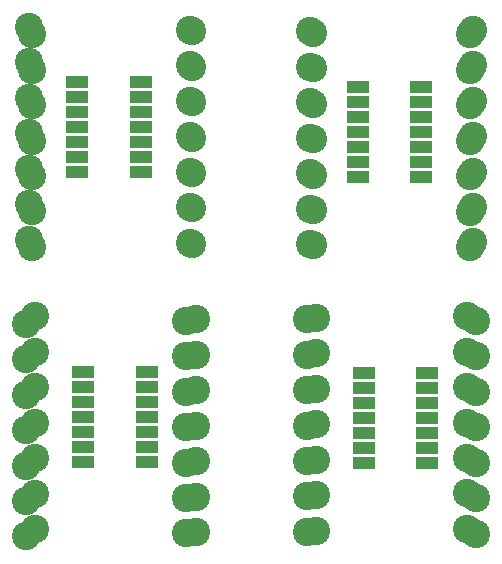
<source format=gbr>
G04 #@! TF.FileFunction,Soldermask,Top*
%FSLAX46Y46*%
G04 Gerber Fmt 4.6, Leading zero omitted, Abs format (unit mm)*
G04 Created by KiCad (PCBNEW 4.0.6-e0-6349~53~ubuntu16.04.1) date Wed Aug  9 14:44:26 2017*
%MOMM*%
%LPD*%
G01*
G04 APERTURE LIST*
%ADD10C,0.100000*%
%ADD11C,2.400000*%
%ADD12R,1.900000X1.000000*%
G04 APERTURE END LIST*
D10*
D11*
X127449600Y-90534200D03*
X127449600Y-96534200D03*
X127449600Y-93534200D03*
X113893600Y-93788200D03*
X113893600Y-90788200D03*
X151198600Y-90407200D03*
X137642600Y-96661200D03*
X137642600Y-93661200D03*
X151198600Y-93407200D03*
X137642600Y-90661200D03*
X113893600Y-108788200D03*
X113893600Y-102788200D03*
X113893600Y-105788200D03*
X113893600Y-96788200D03*
X113893600Y-99788200D03*
X151198600Y-108407200D03*
X151198600Y-105407200D03*
X151198600Y-102407200D03*
X151198600Y-96407200D03*
X151198600Y-99407200D03*
X137642600Y-105661200D03*
X127449600Y-102534200D03*
X127449600Y-108534200D03*
X137642600Y-108661200D03*
X137642600Y-99661200D03*
X127449600Y-105534200D03*
X137642600Y-102661200D03*
X127449600Y-99534200D03*
X137134600Y-126918200D03*
X137134600Y-117918200D03*
X137134600Y-114918200D03*
X137134600Y-120918200D03*
X137134600Y-123918200D03*
X137134600Y-129918200D03*
X137134600Y-132918200D03*
X126941600Y-118045200D03*
X126941600Y-121045200D03*
X126941600Y-124045200D03*
X126941600Y-130045200D03*
X126941600Y-115045200D03*
X126941600Y-133045200D03*
X126941600Y-127045200D03*
X113385600Y-130299200D03*
X113385600Y-124299200D03*
X113385600Y-121299200D03*
X113385600Y-115299200D03*
X113385600Y-133299200D03*
X113385600Y-118299200D03*
X113385600Y-127299200D03*
X150690600Y-129664200D03*
X150690600Y-120664200D03*
X150690600Y-114664200D03*
X150690600Y-123664200D03*
X150690600Y-132664200D03*
X150690600Y-117664200D03*
X150690600Y-126664200D03*
D12*
X118204000Y-119380000D03*
X118204000Y-120650000D03*
X118204000Y-121920000D03*
X118204000Y-123190000D03*
X118204000Y-124460000D03*
X118204000Y-125730000D03*
X118204000Y-127000000D03*
X123604000Y-127000000D03*
X123604000Y-125730000D03*
X123604000Y-124460000D03*
X123604000Y-123190000D03*
X123604000Y-121920000D03*
X123604000Y-120650000D03*
X123604000Y-119380000D03*
D11*
X127729000Y-129935000D03*
X127729000Y-126935000D03*
X127729000Y-120935000D03*
X127729000Y-132935000D03*
X114173000Y-132681000D03*
X127729000Y-123935000D03*
X114173000Y-126681000D03*
X114173000Y-129681000D03*
X114173000Y-123681000D03*
X114173000Y-120681000D03*
X114173000Y-114681000D03*
X114173000Y-117681000D03*
X127729000Y-117935000D03*
X127729000Y-114935000D03*
D12*
X141953000Y-119507000D03*
X141953000Y-120777000D03*
X141953000Y-122047000D03*
X141953000Y-123317000D03*
X141953000Y-124587000D03*
X141953000Y-125857000D03*
X141953000Y-127127000D03*
X147353000Y-127127000D03*
X147353000Y-125857000D03*
X147353000Y-124587000D03*
X147353000Y-123317000D03*
X147353000Y-122047000D03*
X147353000Y-120777000D03*
X147353000Y-119507000D03*
D11*
X151478000Y-130062000D03*
X151478000Y-127062000D03*
X151478000Y-121062000D03*
X151478000Y-133062000D03*
X137922000Y-132808000D03*
X151478000Y-124062000D03*
X137922000Y-126808000D03*
X137922000Y-129808000D03*
X137922000Y-123808000D03*
X137922000Y-120808000D03*
X137922000Y-114808000D03*
X137922000Y-117808000D03*
X151478000Y-118062000D03*
X151478000Y-115062000D03*
D12*
X141445000Y-95250000D03*
X141445000Y-96520000D03*
X141445000Y-97790000D03*
X141445000Y-99060000D03*
X141445000Y-100330000D03*
X141445000Y-101600000D03*
X141445000Y-102870000D03*
X146845000Y-102870000D03*
X146845000Y-101600000D03*
X146845000Y-100330000D03*
X146845000Y-99060000D03*
X146845000Y-97790000D03*
X146845000Y-96520000D03*
X146845000Y-95250000D03*
D11*
X150970000Y-105805000D03*
X150970000Y-102805000D03*
X150970000Y-96805000D03*
X150970000Y-108805000D03*
X137414000Y-108551000D03*
X150970000Y-99805000D03*
X137414000Y-102551000D03*
X137414000Y-105551000D03*
X137414000Y-99551000D03*
X137414000Y-96551000D03*
X137414000Y-90551000D03*
X137414000Y-93551000D03*
X150970000Y-93805000D03*
X150970000Y-90805000D03*
X127221000Y-108424000D03*
X113665000Y-108170000D03*
X127221000Y-105424000D03*
X113665000Y-105170000D03*
X127221000Y-102424000D03*
X113665000Y-102170000D03*
X127221000Y-99424000D03*
X113665000Y-99170000D03*
X127221000Y-96424000D03*
X113665000Y-96170000D03*
X127221000Y-93424000D03*
X113665000Y-93170000D03*
X127221000Y-90424000D03*
D12*
X117696000Y-94869000D03*
X117696000Y-96139000D03*
X117696000Y-97409000D03*
X117696000Y-98679000D03*
X117696000Y-99949000D03*
X117696000Y-101219000D03*
X117696000Y-102489000D03*
X123096000Y-102489000D03*
X123096000Y-101219000D03*
X123096000Y-99949000D03*
X123096000Y-98679000D03*
X123096000Y-97409000D03*
X123096000Y-96139000D03*
X123096000Y-94869000D03*
D11*
X113665000Y-90170000D03*
M02*

</source>
